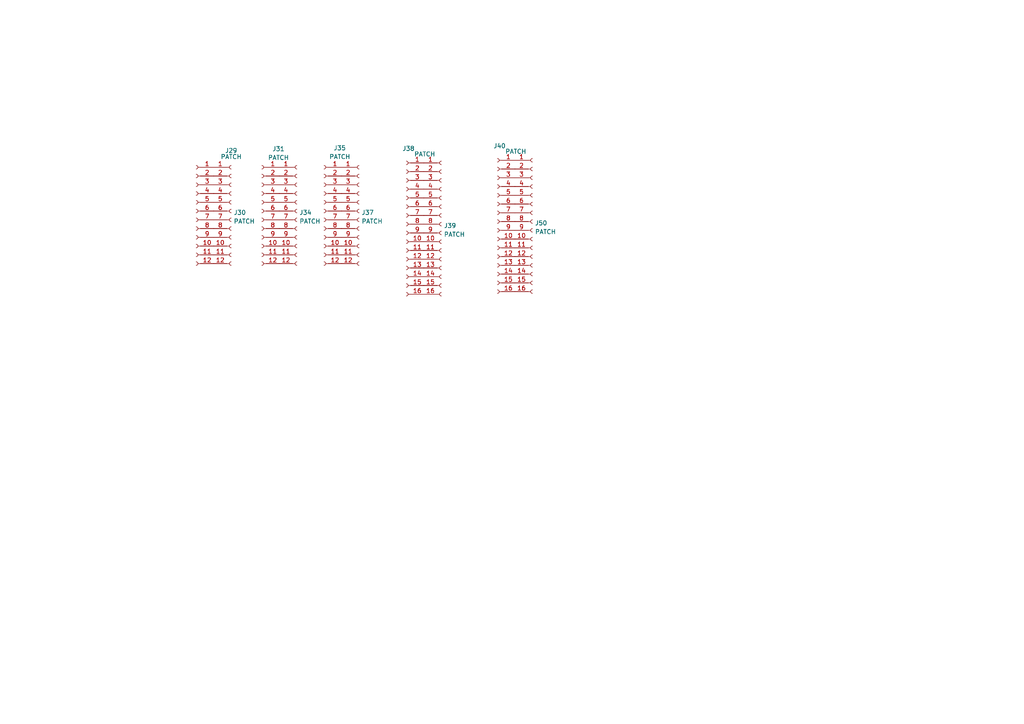
<source format=kicad_sch>
(kicad_sch (version 20231120) (generator "eeschema") (generator_version "8.0")
  (paper "A4")
  (lib_symbols
    (symbol "Connector:Conn_01x12_Female" (pin_names (offset 1.016) hide)
      (property "Reference" "J" (at 0 15.24 0))
      (property "Value" "Conn_01x12_Female" (at 0 -17.78 0))
      (symbol "Conn_01x12_Female_1_1"
        (arc (start 0 -14.732) (mid -0.5058 -15.24) (end 0 -15.748) (stroke (width 0.1524)))
        (arc (start 0 -12.192) (mid -0.5058 -12.7) (end 0 -13.208) (stroke (width 0.1524)))
        (arc (start 0 -9.652) (mid -0.5058 -10.16) (end 0 -10.668) (stroke (width 0.1524)))
        (arc (start 0 -7.112) (mid -0.5058 -7.62) (end 0 -8.128) (stroke (width 0.1524)))
        (arc (start 0 -4.572) (mid -0.5058 -5.08) (end 0 -5.588) (stroke (width 0.1524)))
        (arc (start 0 -2.032) (mid -0.5058 -2.54) (end 0 -3.048) (stroke (width 0.1524)))
        (polyline (pts (xy -1.27 -15.24) (xy -0.508 -15.24)) (stroke (width 0.1524)))
        (polyline (pts (xy -1.27 -12.7) (xy -0.508 -12.7)) (stroke (width 0.1524)))
        (polyline (pts (xy -1.27 -10.16) (xy -0.508 -10.16)) (stroke (width 0.1524)))
        (polyline (pts (xy -1.27 -7.62) (xy -0.508 -7.62)) (stroke (width 0.1524)))
        (polyline (pts (xy -1.27 -5.08) (xy -0.508 -5.08)) (stroke (width 0.1524)))
        (polyline (pts (xy -1.27 -2.54) (xy -0.508 -2.54)) (stroke (width 0.1524)))
        (polyline (pts (xy -1.27 0) (xy -0.508 0)) (stroke (width 0.1524)))
        (polyline (pts (xy -1.27 2.54) (xy -0.508 2.54)) (stroke (width 0.1524)))
        (polyline (pts (xy -1.27 5.08) (xy -0.508 5.08)) (stroke (width 0.1524)))
        (polyline (pts (xy -1.27 7.62) (xy -0.508 7.62)) (stroke (width 0.1524)))
        (polyline (pts (xy -1.27 10.16) (xy -0.508 10.16)) (stroke (width 0.1524)))
        (polyline (pts (xy -1.27 12.7) (xy -0.508 12.7)) (stroke (width 0.1524)))
        (arc (start 0 0.508) (mid -0.5058 0) (end 0 -0.508) (stroke (width 0.1524)))
        (arc (start 0 3.048) (mid -0.5058 2.54) (end 0 2.032) (stroke (width 0.1524)))
        (arc (start 0 5.588) (mid -0.5058 5.08) (end 0 4.572) (stroke (width 0.1524)))
        (arc (start 0 8.128) (mid -0.5058 7.62) (end 0 7.112) (stroke (width 0.1524)))
        (arc (start 0 10.668) (mid -0.5058 10.16) (end 0 9.652) (stroke (width 0.1524)))
        (arc (start 0 13.208) (mid -0.5058 12.7) (end 0 12.192) (stroke (width 0.1524)))
        (pin passive line (at -5.08 12.7 0) (length 3.81) (name "Pin_1") (number "1"))
        (pin passive line (at -5.08 -10.16 0) (length 3.81) (name "Pin_10") (number "10"))
        (pin passive line (at -5.08 -12.7 0) (length 3.81) (name "Pin_11") (number "11"))
        (pin passive line (at -5.08 -15.24 0) (length 3.81) (name "Pin_12") (number "12"))
        (pin passive line (at -5.08 10.16 0) (length 3.81) (name "Pin_2") (number "2"))
        (pin passive line (at -5.08 7.62 0) (length 3.81) (name "Pin_3") (number "3"))
        (pin passive line (at -5.08 5.08 0) (length 3.81) (name "Pin_4") (number "4"))
        (pin passive line (at -5.08 2.54 0) (length 3.81) (name "Pin_5") (number "5"))
        (pin passive line (at -5.08 0 0) (length 3.81) (name "Pin_6") (number "6"))
        (pin passive line (at -5.08 -2.54 0) (length 3.81) (name "Pin_7") (number "7"))
        (pin passive line (at -5.08 -5.08 0) (length 3.81) (name "Pin_8") (number "8"))
        (pin passive line (at -5.08 -7.62 0) (length 3.81) (name "Pin_9") (number "9"))
      )
    )
    (symbol "Connector:Conn_01x16_Female" (pin_names (offset 1.016) hide)
      (property "Reference" "J" (at 0 20.32 0))
      (property "Value" "Conn_01x16_Female" (at 0 -22.86 0))
      (symbol "Conn_01x16_Female_1_1"
        (arc (start 0 -19.812) (mid -0.5058 -20.32) (end 0 -20.828) (stroke (width 0.1524)))
        (arc (start 0 -17.272) (mid -0.5058 -17.78) (end 0 -18.288) (stroke (width 0.1524)))
        (arc (start 0 -14.732) (mid -0.5058 -15.24) (end 0 -15.748) (stroke (width 0.1524)))
        (arc (start 0 -12.192) (mid -0.5058 -12.7) (end 0 -13.208) (stroke (width 0.1524)))
        (arc (start 0 -9.652) (mid -0.5058 -10.16) (end 0 -10.668) (stroke (width 0.1524)))
        (arc (start 0 -7.112) (mid -0.5058 -7.62) (end 0 -8.128) (stroke (width 0.1524)))
        (arc (start 0 -4.572) (mid -0.5058 -5.08) (end 0 -5.588) (stroke (width 0.1524)))
        (arc (start 0 -2.032) (mid -0.5058 -2.54) (end 0 -3.048) (stroke (width 0.1524)))
        (polyline (pts (xy -1.27 -20.32) (xy -0.508 -20.32)) (stroke (width 0.1524)))
        (polyline (pts (xy -1.27 -17.78) (xy -0.508 -17.78)) (stroke (width 0.1524)))
        (polyline (pts (xy -1.27 -15.24) (xy -0.508 -15.24)) (stroke (width 0.1524)))
        (polyline (pts (xy -1.27 -12.7) (xy -0.508 -12.7)) (stroke (width 0.1524)))
        (polyline (pts (xy -1.27 -10.16) (xy -0.508 -10.16)) (stroke (width 0.1524)))
        (polyline (pts (xy -1.27 -7.62) (xy -0.508 -7.62)) (stroke (width 0.1524)))
        (polyline (pts (xy -1.27 -5.08) (xy -0.508 -5.08)) (stroke (width 0.1524)))
        (polyline (pts (xy -1.27 -2.54) (xy -0.508 -2.54)) (stroke (width 0.1524)))
        (polyline (pts (xy -1.27 0) (xy -0.508 0)) (stroke (width 0.1524)))
        (polyline (pts (xy -1.27 2.54) (xy -0.508 2.54)) (stroke (width 0.1524)))
        (polyline (pts (xy -1.27 5.08) (xy -0.508 5.08)) (stroke (width 0.1524)))
        (polyline (pts (xy -1.27 7.62) (xy -0.508 7.62)) (stroke (width 0.1524)))
        (polyline (pts (xy -1.27 10.16) (xy -0.508 10.16)) (stroke (width 0.1524)))
        (polyline (pts (xy -1.27 12.7) (xy -0.508 12.7)) (stroke (width 0.1524)))
        (polyline (pts (xy -1.27 15.24) (xy -0.508 15.24)) (stroke (width 0.1524)))
        (polyline (pts (xy -1.27 17.78) (xy -0.508 17.78)) (stroke (width 0.1524)))
        (arc (start 0 0.508) (mid -0.5058 0) (end 0 -0.508) (stroke (width 0.1524)))
        (arc (start 0 3.048) (mid -0.5058 2.54) (end 0 2.032) (stroke (width 0.1524)))
        (arc (start 0 5.588) (mid -0.5058 5.08) (end 0 4.572) (stroke (width 0.1524)))
        (arc (start 0 8.128) (mid -0.5058 7.62) (end 0 7.112) (stroke (width 0.1524)))
        (arc (start 0 10.668) (mid -0.5058 10.16) (end 0 9.652) (stroke (width 0.1524)))
        (arc (start 0 13.208) (mid -0.5058 12.7) (end 0 12.192) (stroke (width 0.1524)))
        (arc (start 0 15.748) (mid -0.5058 15.24) (end 0 14.732) (stroke (width 0.1524)))
        (arc (start 0 18.288) (mid -0.5058 17.78) (end 0 17.272) (stroke (width 0.1524)))
        (pin passive line (at -5.08 17.78 0) (length 3.81) (name "Pin_1") (number "1"))
        (pin passive line (at -5.08 -5.08 0) (length 3.81) (name "Pin_10") (number "10"))
        (pin passive line (at -5.08 -7.62 0) (length 3.81) (name "Pin_11") (number "11"))
        (pin passive line (at -5.08 -10.16 0) (length 3.81) (name "Pin_12") (number "12"))
        (pin passive line (at -5.08 -12.7 0) (length 3.81) (name "Pin_13") (number "13"))
        (pin passive line (at -5.08 -15.24 0) (length 3.81) (name "Pin_14") (number "14"))
        (pin passive line (at -5.08 -17.78 0) (length 3.81) (name "Pin_15") (number "15"))
        (pin passive line (at -5.08 -20.32 0) (length 3.81) (name "Pin_16") (number "16"))
        (pin passive line (at -5.08 15.24 0) (length 3.81) (name "Pin_2") (number "2"))
        (pin passive line (at -5.08 12.7 0) (length 3.81) (name "Pin_3") (number "3"))
        (pin passive line (at -5.08 10.16 0) (length 3.81) (name "Pin_4") (number "4"))
        (pin passive line (at -5.08 7.62 0) (length 3.81) (name "Pin_5") (number "5"))
        (pin passive line (at -5.08 5.08 0) (length 3.81) (name "Pin_6") (number "6"))
        (pin passive line (at -5.08 2.54 0) (length 3.81) (name "Pin_7") (number "7"))
        (pin passive line (at -5.08 0 0) (length 3.81) (name "Pin_8") (number "8"))
        (pin passive line (at -5.08 -2.54 0) (length 3.81) (name "Pin_9") (number "9"))
      )
    )
  )
  (symbol (lib_id "Connector:Conn_01x16_Female") (at 117.856 65.024 0) (mirror y) (unit 1)
    (property "Reference" "J38" (at 118.491 43.087 0))
    (property "Value" "PATCH" (at 123.19 44.704 0))
    (property "Footprint" "Connector_PinHeader_2.54mm:PinHeader_1x16_P2.54mm_Vertical" (effects (hide yes)))
  )
  (symbol (lib_id "Connector:Conn_01x12_Female") (at 93.98 61.214 0) (mirror y) (unit 1)
    (property "Reference" "J35" (at 98.552 42.926 0))
    (property "Value" "PATCH" (at 98.552 45.4629 0))
    (property "Footprint" "Connector_PinSocket_2.54mm:PinSocket_1x12_P2.54mm_Vertical" (effects (hide yes)))
  )
  (symbol (lib_id "Connector:Conn_01x12_Female") (at 67.056 61.214 0) (unit 1)
    (property "Reference" "J30" (at 67.7672 61.6493 0) (effects (justify left)))
    (property "Value" "PATCH" (at 67.7672 64.1862 0) (effects (justify left)))
    (property "Footprint" "Connector_PinSocket_2.54mm:PinSocket_1x12_P2.54mm_Vertical" (effects (hide yes)))
  )
  (symbol (lib_id "Connector:Conn_01x16_Female") (at 144.272 64.262 0) (mirror y) (unit 1)
    (property "Reference" "J40" (at 144.907 42.325 0))
    (property "Value" "PATCH" (at 149.606 43.942 0))
    (property "Footprint" "Connector_PinHeader_2.54mm:PinHeader_1x16_P2.54mm_Vertical" (effects (hide yes)))
  )
  (symbol (lib_id "Connector:Conn_01x12_Female") (at 104.14 61.214 0) (unit 1)
    (property "Reference" "J37" (at 104.8512 61.6493 0) (effects (justify left)))
    (property "Value" "PATCH" (at 104.8512 64.1862 0) (effects (justify left)))
    (property "Footprint" "Connector_PinSocket_2.54mm:PinSocket_1x12_P2.54mm_Vertical" (effects (hide yes)))
  )
  (symbol (lib_id "Connector:Conn_01x12_Female") (at 75.946 61.214 0) (mirror y) (unit 1)
    (property "Reference" "J31" (at 80.772 43.18 0))
    (property "Value" "PATCH" (at 80.772 45.7169 0))
    (property "Footprint" "Connector_PinSocket_2.54mm:PinSocket_1x12_P2.54mm_Vertical" (effects (hide yes)))
  )
  (symbol (lib_id "Connector:Conn_01x12_Female") (at 56.896 61.214 0) (mirror y) (unit 1)
    (property "Reference" "J29" (at 67.056 43.688 0))
    (property "Value" "PATCH" (at 67.056 45.466 0))
    (property "Footprint" "Connector_PinSocket_2.54mm:PinSocket_1x12_P2.54mm_Vertical" (effects (hide yes)))
  )
  (symbol (lib_id "Connector:Conn_01x12_Female") (at 86.106 61.214 0) (unit 1)
    (property "Reference" "J34" (at 86.8172 61.6493 0) (effects (justify left)))
    (property "Value" "PATCH" (at 86.8172 64.1862 0) (effects (justify left)))
    (property "Footprint" "Connector_PinSocket_2.54mm:PinSocket_1x12_P2.54mm_Vertical" (effects (hide yes)))
  )
  (symbol (lib_id "Connector:Conn_01x16_Female") (at 154.432 64.262 0) (unit 1)
    (property "Reference" "J50" (at 155.1432 64.6973 0) (effects (justify left)))
    (property "Value" "PATCH" (at 155.1432 67.2342 0) (effects (justify left)))
    (property "Footprint" "Connector_PinHeader_2.54mm:PinHeader_1x16_P2.54mm_Vertical" (effects (hide yes)))
  )
  (symbol (lib_id "Connector:Conn_01x16_Female") (at 128.016 65.024 0) (unit 1)
    (property "Reference" "J39" (at 128.7272 65.4593 0) (effects (justify left)))
    (property "Value" "PATCH" (at 128.7272 67.9962 0) (effects (justify left)))
    (property "Footprint" "Connector_PinHeader_2.54mm:PinHeader_1x16_P2.54mm_Vertical" (effects (hide yes)))
  )
)
</source>
